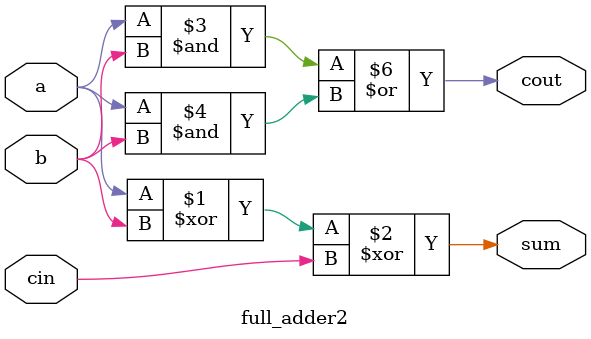
<source format=v>
module full_adder2(a,b,cin,sum,cout);
input a,b,cin;
output sum,cout;
assign sum = a^b^cin;
assign cout = a&b|1'b1&(a&b); 
// initial begin
//     $display("The incorrect adder with and1 having in1/1");
// end   
endmodule
</source>
